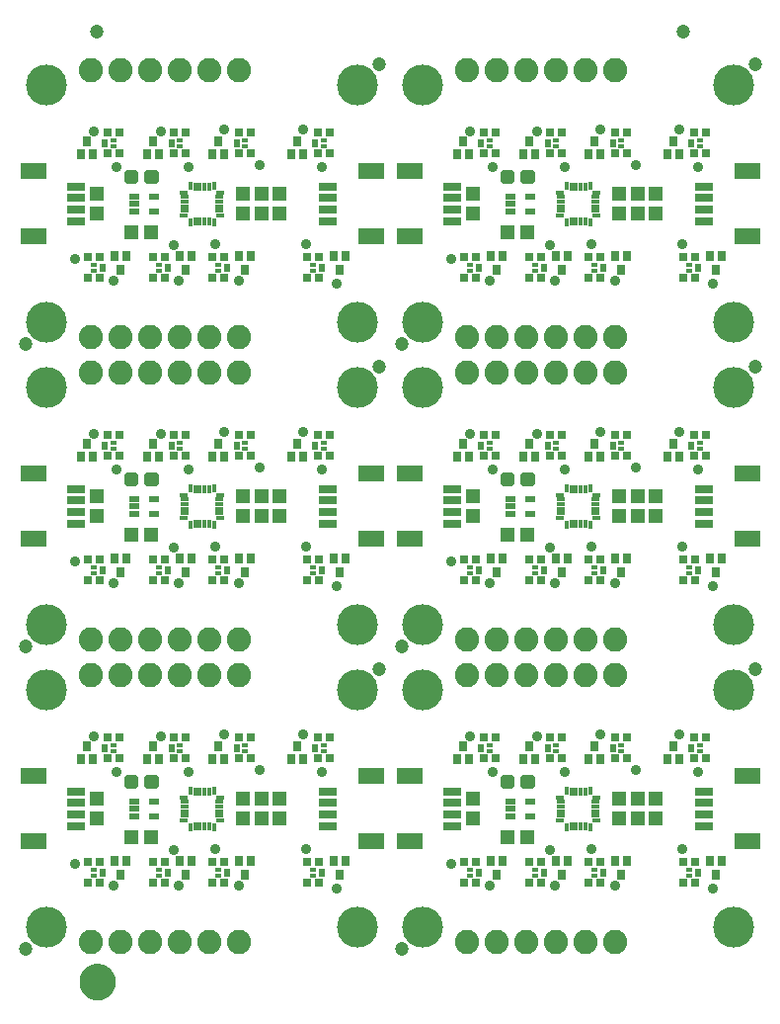
<source format=gts>
G75*
%MOIN*%
%OFA0B0*%
%FSLAX25Y25*%
%IPPOS*%
%LPD*%
%AMOC8*
5,1,8,0,0,1.08239X$1,22.5*
%
%ADD10R,0.04737X0.05131*%
%ADD11C,0.04737*%
%ADD12C,0.13800*%
%ADD13R,0.08674X0.05524*%
%ADD14R,0.06115X0.03162*%
%ADD15C,0.08200*%
%ADD16R,0.03753X0.02375*%
%ADD17R,0.02749X0.01784*%
%ADD18R,0.03162X0.01784*%
%ADD19R,0.01784X0.02749*%
%ADD20R,0.01784X0.03162*%
%ADD21R,0.00409X0.01783*%
%ADD22R,0.01783X0.00409*%
%ADD23R,0.05131X0.04737*%
%ADD24C,0.01990*%
%ADD25R,0.01969X0.01378*%
%ADD26R,0.01969X0.03150*%
%ADD27R,0.02611X0.03359*%
%ADD28R,0.03162X0.03162*%
%ADD29C,0.03575*%
%ADD30C,0.05000*%
%ADD31C,0.06706*%
D10*
X0070342Y0075404D03*
X0070342Y0082096D03*
X0119642Y0082096D03*
X0125842Y0082096D03*
X0131842Y0082096D03*
X0131842Y0075404D03*
X0125842Y0075404D03*
X0119642Y0075404D03*
X0197342Y0075404D03*
X0197342Y0082096D03*
X0246642Y0082096D03*
X0252842Y0082096D03*
X0258842Y0082096D03*
X0258842Y0075404D03*
X0252842Y0075404D03*
X0246642Y0075404D03*
X0246642Y0177404D03*
X0246642Y0184096D03*
X0252842Y0184096D03*
X0258842Y0184096D03*
X0258842Y0177404D03*
X0252842Y0177404D03*
X0197342Y0177404D03*
X0197342Y0184096D03*
X0131842Y0184096D03*
X0131842Y0177404D03*
X0125842Y0177404D03*
X0119642Y0177404D03*
X0119642Y0184096D03*
X0125842Y0184096D03*
X0070342Y0184096D03*
X0070342Y0177404D03*
X0070342Y0279404D03*
X0070342Y0286096D03*
X0119642Y0286096D03*
X0125842Y0286096D03*
X0131842Y0286096D03*
X0131842Y0279404D03*
X0125842Y0279404D03*
X0119642Y0279404D03*
X0197342Y0279404D03*
X0197342Y0286096D03*
X0246642Y0286096D03*
X0252842Y0286096D03*
X0258842Y0286096D03*
X0258842Y0279404D03*
X0252842Y0279404D03*
X0246642Y0279404D03*
D11*
X0046242Y0031650D03*
X0046242Y0133650D03*
X0046242Y0235650D03*
X0070342Y0341000D03*
X0165442Y0329850D03*
X0173242Y0235650D03*
X0165442Y0227850D03*
X0173242Y0133650D03*
X0165442Y0125850D03*
X0173242Y0031650D03*
X0292442Y0125850D03*
X0292442Y0227850D03*
X0292442Y0329850D03*
X0268342Y0341000D03*
D12*
X0285342Y0322750D03*
X0285342Y0242750D03*
X0285342Y0220750D03*
X0285342Y0140750D03*
X0285342Y0118750D03*
X0285342Y0038750D03*
X0180342Y0038750D03*
X0158342Y0038750D03*
X0158342Y0118750D03*
X0180342Y0118750D03*
X0180342Y0140750D03*
X0158342Y0140750D03*
X0158342Y0220750D03*
X0158342Y0242750D03*
X0180342Y0242750D03*
X0180342Y0220750D03*
X0180342Y0322750D03*
X0158342Y0322750D03*
X0053342Y0322750D03*
X0053342Y0242750D03*
X0053342Y0220750D03*
X0053342Y0140750D03*
X0053342Y0118750D03*
X0053342Y0038750D03*
D13*
X0048873Y0067726D03*
X0048873Y0089774D03*
X0048873Y0169726D03*
X0048873Y0191774D03*
X0048873Y0271726D03*
X0048873Y0293774D03*
X0162810Y0293774D03*
X0175873Y0293774D03*
X0175873Y0271726D03*
X0162810Y0271726D03*
X0162810Y0191774D03*
X0175873Y0191774D03*
X0175873Y0169726D03*
X0162810Y0169726D03*
X0162810Y0089774D03*
X0175873Y0089774D03*
X0175873Y0067726D03*
X0162810Y0067726D03*
X0289810Y0067726D03*
X0289810Y0089774D03*
X0289810Y0169726D03*
X0289810Y0191774D03*
X0289810Y0271726D03*
X0289810Y0293774D03*
D14*
X0275342Y0288656D03*
X0275342Y0284719D03*
X0275342Y0280781D03*
X0275342Y0276844D03*
X0190342Y0276844D03*
X0190342Y0280781D03*
X0190342Y0284719D03*
X0190342Y0288656D03*
X0148342Y0288656D03*
X0148342Y0284719D03*
X0148342Y0280781D03*
X0148342Y0276844D03*
X0063342Y0276844D03*
X0063342Y0280781D03*
X0063342Y0284719D03*
X0063342Y0288656D03*
X0063342Y0186656D03*
X0063342Y0182719D03*
X0063342Y0178781D03*
X0063342Y0174844D03*
X0148342Y0174844D03*
X0148342Y0178781D03*
X0148342Y0182719D03*
X0148342Y0186656D03*
X0190342Y0186656D03*
X0190342Y0182719D03*
X0190342Y0178781D03*
X0190342Y0174844D03*
X0275342Y0174844D03*
X0275342Y0178781D03*
X0275342Y0182719D03*
X0275342Y0186656D03*
X0275342Y0084656D03*
X0275342Y0080719D03*
X0275342Y0076781D03*
X0275342Y0072844D03*
X0190342Y0072844D03*
X0190342Y0076781D03*
X0190342Y0080719D03*
X0190342Y0084656D03*
X0148342Y0084656D03*
X0148342Y0080719D03*
X0148342Y0076781D03*
X0148342Y0072844D03*
X0063342Y0072844D03*
X0063342Y0076781D03*
X0063342Y0080719D03*
X0063342Y0084656D03*
D15*
X0068342Y0123750D03*
X0078342Y0123750D03*
X0088342Y0123750D03*
X0098342Y0123750D03*
X0108342Y0123750D03*
X0118342Y0123750D03*
X0118342Y0135750D03*
X0108342Y0135750D03*
X0098342Y0135750D03*
X0088342Y0135750D03*
X0078342Y0135750D03*
X0068342Y0135750D03*
X0068342Y0225750D03*
X0078342Y0225750D03*
X0088342Y0225750D03*
X0098342Y0225750D03*
X0108342Y0225750D03*
X0118342Y0225750D03*
X0118342Y0237750D03*
X0108342Y0237750D03*
X0098342Y0237750D03*
X0088342Y0237750D03*
X0078342Y0237750D03*
X0068342Y0237750D03*
X0068342Y0327750D03*
X0078342Y0327750D03*
X0088342Y0327750D03*
X0098342Y0327750D03*
X0108342Y0327750D03*
X0118342Y0327750D03*
X0195342Y0327750D03*
X0205342Y0327750D03*
X0215342Y0327750D03*
X0225342Y0327750D03*
X0235342Y0327750D03*
X0245342Y0327750D03*
X0245342Y0237750D03*
X0235342Y0237750D03*
X0225342Y0237750D03*
X0215342Y0237750D03*
X0205342Y0237750D03*
X0195342Y0237750D03*
X0195342Y0225750D03*
X0205342Y0225750D03*
X0215342Y0225750D03*
X0225342Y0225750D03*
X0235342Y0225750D03*
X0245342Y0225750D03*
X0245342Y0135750D03*
X0235342Y0135750D03*
X0225342Y0135750D03*
X0215342Y0135750D03*
X0205342Y0135750D03*
X0195342Y0135750D03*
X0195342Y0123750D03*
X0205342Y0123750D03*
X0215342Y0123750D03*
X0225342Y0123750D03*
X0235342Y0123750D03*
X0245342Y0123750D03*
X0245342Y0033750D03*
X0235342Y0033750D03*
X0225342Y0033750D03*
X0215342Y0033750D03*
X0205342Y0033750D03*
X0195342Y0033750D03*
X0118342Y0033750D03*
X0108342Y0033750D03*
X0098342Y0033750D03*
X0088342Y0033750D03*
X0078342Y0033750D03*
X0068342Y0033750D03*
D16*
X0083094Y0076191D03*
X0083094Y0078750D03*
X0083094Y0081309D03*
X0089590Y0081309D03*
X0089590Y0076191D03*
X0089590Y0178191D03*
X0089590Y0183309D03*
X0083094Y0183309D03*
X0083094Y0180750D03*
X0083094Y0178191D03*
X0083094Y0280191D03*
X0083094Y0282750D03*
X0083094Y0285309D03*
X0089590Y0285309D03*
X0089590Y0280191D03*
X0210094Y0280191D03*
X0210094Y0282750D03*
X0210094Y0285309D03*
X0216590Y0285309D03*
X0216590Y0280191D03*
X0216590Y0183309D03*
X0216590Y0178191D03*
X0210094Y0178191D03*
X0210094Y0180750D03*
X0210094Y0183309D03*
X0210094Y0081309D03*
X0210094Y0078750D03*
X0210094Y0076191D03*
X0216590Y0076191D03*
X0216590Y0081309D03*
D17*
X0226730Y0082687D03*
X0226730Y0074813D03*
X0238954Y0074813D03*
X0238954Y0082687D03*
X0238954Y0176813D03*
X0238954Y0184687D03*
X0226730Y0184687D03*
X0226730Y0176813D03*
X0226730Y0278813D03*
X0226730Y0286687D03*
X0238954Y0286687D03*
X0238954Y0278813D03*
X0111954Y0278813D03*
X0111954Y0286687D03*
X0099730Y0286687D03*
X0099730Y0278813D03*
X0099730Y0184687D03*
X0099730Y0176813D03*
X0111954Y0176813D03*
X0111954Y0184687D03*
X0111954Y0082687D03*
X0111954Y0074813D03*
X0099730Y0074813D03*
X0099730Y0082687D03*
D18*
X0099936Y0081112D03*
X0099936Y0079537D03*
X0099936Y0077963D03*
X0099936Y0076388D03*
X0111747Y0076388D03*
X0111747Y0077963D03*
X0111747Y0079537D03*
X0111747Y0081112D03*
X0111747Y0178388D03*
X0111747Y0179963D03*
X0111747Y0181537D03*
X0111747Y0183112D03*
X0099936Y0183112D03*
X0099936Y0181537D03*
X0099936Y0179963D03*
X0099936Y0178388D03*
X0099936Y0280388D03*
X0099936Y0281963D03*
X0099936Y0283537D03*
X0099936Y0285112D03*
X0111747Y0285112D03*
X0111747Y0283537D03*
X0111747Y0281963D03*
X0111747Y0280388D03*
X0226936Y0280388D03*
X0226936Y0281963D03*
X0226936Y0283537D03*
X0226936Y0285112D03*
X0238747Y0285112D03*
X0238747Y0283537D03*
X0238747Y0281963D03*
X0238747Y0280388D03*
X0238747Y0183112D03*
X0238747Y0181537D03*
X0238747Y0179963D03*
X0238747Y0178388D03*
X0226936Y0178388D03*
X0226936Y0179963D03*
X0226936Y0181537D03*
X0226936Y0183112D03*
X0226936Y0081112D03*
X0226936Y0079537D03*
X0226936Y0077963D03*
X0226936Y0076388D03*
X0238747Y0076388D03*
X0238747Y0077963D03*
X0238747Y0079537D03*
X0238747Y0081112D03*
D19*
X0236779Y0084862D03*
X0228905Y0084862D03*
X0228905Y0072638D03*
X0236779Y0072638D03*
X0236779Y0174638D03*
X0228905Y0174638D03*
X0228905Y0186862D03*
X0236779Y0186862D03*
X0236779Y0276638D03*
X0228905Y0276638D03*
X0228905Y0288862D03*
X0236779Y0288862D03*
X0109779Y0288862D03*
X0101905Y0288862D03*
X0101905Y0276638D03*
X0109779Y0276638D03*
X0109779Y0186862D03*
X0101905Y0186862D03*
X0101905Y0174638D03*
X0109779Y0174638D03*
X0109779Y0084862D03*
X0101905Y0084862D03*
X0101905Y0072638D03*
X0109779Y0072638D03*
D20*
X0108204Y0072844D03*
X0106629Y0072844D03*
X0105054Y0072844D03*
X0103480Y0072844D03*
X0103480Y0084656D03*
X0105054Y0084656D03*
X0106629Y0084656D03*
X0108204Y0084656D03*
X0108204Y0174844D03*
X0106629Y0174844D03*
X0105054Y0174844D03*
X0103480Y0174844D03*
X0103480Y0186656D03*
X0105054Y0186656D03*
X0106629Y0186656D03*
X0108204Y0186656D03*
X0108204Y0276844D03*
X0106629Y0276844D03*
X0105054Y0276844D03*
X0103480Y0276844D03*
X0103480Y0288656D03*
X0105054Y0288656D03*
X0106629Y0288656D03*
X0108204Y0288656D03*
X0230480Y0288656D03*
X0232054Y0288656D03*
X0233629Y0288656D03*
X0235204Y0288656D03*
X0235204Y0276844D03*
X0233629Y0276844D03*
X0232054Y0276844D03*
X0230480Y0276844D03*
X0230480Y0186656D03*
X0232054Y0186656D03*
X0233629Y0186656D03*
X0235204Y0186656D03*
X0235204Y0174844D03*
X0233629Y0174844D03*
X0232054Y0174844D03*
X0230480Y0174844D03*
X0230480Y0084656D03*
X0232054Y0084656D03*
X0233629Y0084656D03*
X0235204Y0084656D03*
X0235204Y0072844D03*
X0233629Y0072844D03*
X0232054Y0072844D03*
X0230480Y0072844D03*
D21*
X0228310Y0074815D03*
X0228310Y0082685D03*
X0237373Y0082685D03*
X0237373Y0074815D03*
X0237373Y0176815D03*
X0237373Y0184685D03*
X0228310Y0184685D03*
X0228310Y0176815D03*
X0228310Y0278815D03*
X0228310Y0286685D03*
X0237373Y0286685D03*
X0237373Y0278815D03*
X0110373Y0278815D03*
X0110373Y0286685D03*
X0101310Y0286685D03*
X0101310Y0278815D03*
X0101310Y0184685D03*
X0101310Y0176815D03*
X0110373Y0176815D03*
X0110373Y0184685D03*
X0110373Y0082685D03*
X0110373Y0074815D03*
X0101310Y0074815D03*
X0101310Y0082685D03*
D22*
X0101907Y0083281D03*
X0109777Y0083281D03*
X0109777Y0074219D03*
X0101907Y0074219D03*
X0101907Y0176219D03*
X0109777Y0176219D03*
X0109777Y0185281D03*
X0101907Y0185281D03*
X0101907Y0278219D03*
X0109777Y0278219D03*
X0109777Y0287281D03*
X0101907Y0287281D03*
X0228907Y0287281D03*
X0236777Y0287281D03*
X0236777Y0278219D03*
X0228907Y0278219D03*
X0228907Y0185281D03*
X0236777Y0185281D03*
X0236777Y0176219D03*
X0228907Y0176219D03*
X0228907Y0083281D03*
X0236777Y0083281D03*
X0236777Y0074219D03*
X0228907Y0074219D03*
D23*
X0215688Y0069250D03*
X0208995Y0069250D03*
X0208995Y0171250D03*
X0215688Y0171250D03*
X0215688Y0273250D03*
X0208995Y0273250D03*
X0088688Y0273250D03*
X0081995Y0273250D03*
X0081995Y0171250D03*
X0088688Y0171250D03*
X0088688Y0069250D03*
X0081995Y0069250D03*
D24*
X0083262Y0086377D02*
X0083262Y0089123D01*
X0083262Y0086377D02*
X0080516Y0086377D01*
X0080516Y0089123D01*
X0083262Y0089123D01*
X0083262Y0088267D02*
X0080516Y0088267D01*
X0090168Y0089123D02*
X0090168Y0086377D01*
X0087422Y0086377D01*
X0087422Y0089123D01*
X0090168Y0089123D01*
X0090168Y0088267D02*
X0087422Y0088267D01*
X0090168Y0188377D02*
X0090168Y0191123D01*
X0090168Y0188377D02*
X0087422Y0188377D01*
X0087422Y0191123D01*
X0090168Y0191123D01*
X0090168Y0190267D02*
X0087422Y0190267D01*
X0083262Y0191123D02*
X0083262Y0188377D01*
X0080516Y0188377D01*
X0080516Y0191123D01*
X0083262Y0191123D01*
X0083262Y0190267D02*
X0080516Y0190267D01*
X0083262Y0290377D02*
X0083262Y0293123D01*
X0083262Y0290377D02*
X0080516Y0290377D01*
X0080516Y0293123D01*
X0083262Y0293123D01*
X0083262Y0292267D02*
X0080516Y0292267D01*
X0090168Y0293123D02*
X0090168Y0290377D01*
X0087422Y0290377D01*
X0087422Y0293123D01*
X0090168Y0293123D01*
X0090168Y0292267D02*
X0087422Y0292267D01*
X0210262Y0293123D02*
X0210262Y0290377D01*
X0207516Y0290377D01*
X0207516Y0293123D01*
X0210262Y0293123D01*
X0210262Y0292267D02*
X0207516Y0292267D01*
X0217168Y0293123D02*
X0217168Y0290377D01*
X0214422Y0290377D01*
X0214422Y0293123D01*
X0217168Y0293123D01*
X0217168Y0292267D02*
X0214422Y0292267D01*
X0217168Y0191123D02*
X0217168Y0188377D01*
X0214422Y0188377D01*
X0214422Y0191123D01*
X0217168Y0191123D01*
X0217168Y0190267D02*
X0214422Y0190267D01*
X0210262Y0191123D02*
X0210262Y0188377D01*
X0207516Y0188377D01*
X0207516Y0191123D01*
X0210262Y0191123D01*
X0210262Y0190267D02*
X0207516Y0190267D01*
X0210262Y0089123D02*
X0210262Y0086377D01*
X0207516Y0086377D01*
X0207516Y0089123D01*
X0210262Y0089123D01*
X0210262Y0088267D02*
X0207516Y0088267D01*
X0217168Y0089123D02*
X0217168Y0086377D01*
X0214422Y0086377D01*
X0214422Y0089123D01*
X0217168Y0089123D01*
X0217168Y0088267D02*
X0214422Y0088267D01*
D25*
X0225342Y0098364D03*
X0225342Y0100136D03*
X0247342Y0100136D03*
X0247342Y0098364D03*
X0273842Y0098364D03*
X0273842Y0100136D03*
X0270342Y0058136D03*
X0270342Y0056364D03*
X0238342Y0056364D03*
X0238342Y0058136D03*
X0218342Y0058136D03*
X0218342Y0056364D03*
X0196342Y0056364D03*
X0196342Y0058136D03*
X0202842Y0098364D03*
X0202842Y0100136D03*
X0146842Y0100136D03*
X0146842Y0098364D03*
X0120342Y0098364D03*
X0120342Y0100136D03*
X0098342Y0100136D03*
X0098342Y0098364D03*
X0075842Y0098364D03*
X0075842Y0100136D03*
X0069342Y0058136D03*
X0069342Y0056364D03*
X0091342Y0056364D03*
X0091342Y0058136D03*
X0111342Y0058136D03*
X0111342Y0056364D03*
X0143342Y0056364D03*
X0143342Y0058136D03*
X0143342Y0158364D03*
X0143342Y0160136D03*
X0111342Y0160136D03*
X0111342Y0158364D03*
X0091342Y0158364D03*
X0091342Y0160136D03*
X0069342Y0160136D03*
X0069342Y0158364D03*
X0075842Y0200364D03*
X0075842Y0202136D03*
X0098342Y0202136D03*
X0098342Y0200364D03*
X0120342Y0200364D03*
X0120342Y0202136D03*
X0146842Y0202136D03*
X0146842Y0200364D03*
X0196342Y0160136D03*
X0196342Y0158364D03*
X0218342Y0158364D03*
X0218342Y0160136D03*
X0238342Y0160136D03*
X0238342Y0158364D03*
X0270342Y0158364D03*
X0270342Y0160136D03*
X0273842Y0200364D03*
X0273842Y0202136D03*
X0247342Y0202136D03*
X0247342Y0200364D03*
X0225342Y0200364D03*
X0225342Y0202136D03*
X0202842Y0202136D03*
X0202842Y0200364D03*
X0196342Y0260364D03*
X0196342Y0262136D03*
X0218342Y0262136D03*
X0218342Y0260364D03*
X0238342Y0260364D03*
X0238342Y0262136D03*
X0270342Y0262136D03*
X0270342Y0260364D03*
X0273842Y0302364D03*
X0273842Y0304136D03*
X0247342Y0304136D03*
X0247342Y0302364D03*
X0225342Y0302364D03*
X0225342Y0304136D03*
X0202842Y0304136D03*
X0202842Y0302364D03*
X0146842Y0302364D03*
X0146842Y0304136D03*
X0120342Y0304136D03*
X0120342Y0302364D03*
X0098342Y0302364D03*
X0098342Y0304136D03*
X0075842Y0304136D03*
X0075842Y0302364D03*
X0069342Y0262136D03*
X0069342Y0260364D03*
X0091342Y0260364D03*
X0091342Y0262136D03*
X0111342Y0262136D03*
X0111342Y0260364D03*
X0143342Y0260364D03*
X0143342Y0262136D03*
D26*
X0146098Y0261250D03*
X0114098Y0261250D03*
X0094098Y0261250D03*
X0072098Y0261250D03*
X0073086Y0303250D03*
X0095586Y0303250D03*
X0117586Y0303250D03*
X0144086Y0303250D03*
X0199098Y0261250D03*
X0221098Y0261250D03*
X0241098Y0261250D03*
X0273098Y0261250D03*
X0271086Y0303250D03*
X0244586Y0303250D03*
X0222586Y0303250D03*
X0200086Y0303250D03*
X0200086Y0201250D03*
X0222586Y0201250D03*
X0244586Y0201250D03*
X0271086Y0201250D03*
X0273098Y0159250D03*
X0241098Y0159250D03*
X0221098Y0159250D03*
X0199098Y0159250D03*
X0146098Y0159250D03*
X0114098Y0159250D03*
X0094098Y0159250D03*
X0072098Y0159250D03*
X0073086Y0201250D03*
X0095586Y0201250D03*
X0117586Y0201250D03*
X0144086Y0201250D03*
X0144086Y0099250D03*
X0117586Y0099250D03*
X0095586Y0099250D03*
X0073086Y0099250D03*
X0072098Y0057250D03*
X0094098Y0057250D03*
X0114098Y0057250D03*
X0146098Y0057250D03*
X0199098Y0057250D03*
X0221098Y0057250D03*
X0241098Y0057250D03*
X0273098Y0057250D03*
X0271086Y0099250D03*
X0244586Y0099250D03*
X0222586Y0099250D03*
X0200086Y0099250D03*
D27*
X0195810Y0095419D03*
X0191873Y0095419D03*
X0193842Y0099947D03*
X0214373Y0095419D03*
X0218310Y0095419D03*
X0216342Y0099947D03*
X0236373Y0095419D03*
X0240310Y0095419D03*
X0238342Y0099947D03*
X0262873Y0095419D03*
X0266810Y0095419D03*
X0264842Y0099947D03*
X0277373Y0061081D03*
X0281310Y0061081D03*
X0279342Y0056553D03*
X0249310Y0061081D03*
X0245373Y0061081D03*
X0247342Y0056553D03*
X0229310Y0061081D03*
X0225373Y0061081D03*
X0227342Y0056553D03*
X0207310Y0061081D03*
X0203373Y0061081D03*
X0205342Y0056553D03*
X0154310Y0061081D03*
X0150373Y0061081D03*
X0152342Y0056553D03*
X0122310Y0061081D03*
X0118373Y0061081D03*
X0120342Y0056553D03*
X0102310Y0061081D03*
X0098373Y0061081D03*
X0100342Y0056553D03*
X0080310Y0061081D03*
X0076373Y0061081D03*
X0078342Y0056553D03*
X0087373Y0095419D03*
X0091310Y0095419D03*
X0089342Y0099947D03*
X0109373Y0095419D03*
X0113310Y0095419D03*
X0111342Y0099947D03*
X0135873Y0095419D03*
X0139810Y0095419D03*
X0137842Y0099947D03*
X0152342Y0158553D03*
X0154310Y0163081D03*
X0150373Y0163081D03*
X0122310Y0163081D03*
X0118373Y0163081D03*
X0120342Y0158553D03*
X0102310Y0163081D03*
X0098373Y0163081D03*
X0100342Y0158553D03*
X0080310Y0163081D03*
X0076373Y0163081D03*
X0078342Y0158553D03*
X0087373Y0197419D03*
X0091310Y0197419D03*
X0089342Y0201947D03*
X0109373Y0197419D03*
X0113310Y0197419D03*
X0111342Y0201947D03*
X0135873Y0197419D03*
X0139810Y0197419D03*
X0137842Y0201947D03*
X0191873Y0197419D03*
X0195810Y0197419D03*
X0193842Y0201947D03*
X0214373Y0197419D03*
X0218310Y0197419D03*
X0216342Y0201947D03*
X0236373Y0197419D03*
X0240310Y0197419D03*
X0238342Y0201947D03*
X0262873Y0197419D03*
X0266810Y0197419D03*
X0264842Y0201947D03*
X0277373Y0163081D03*
X0281310Y0163081D03*
X0279342Y0158553D03*
X0249310Y0163081D03*
X0245373Y0163081D03*
X0247342Y0158553D03*
X0229310Y0163081D03*
X0225373Y0163081D03*
X0227342Y0158553D03*
X0207310Y0163081D03*
X0203373Y0163081D03*
X0205342Y0158553D03*
X0205342Y0260553D03*
X0207310Y0265081D03*
X0203373Y0265081D03*
X0225373Y0265081D03*
X0229310Y0265081D03*
X0227342Y0260553D03*
X0245373Y0265081D03*
X0249310Y0265081D03*
X0247342Y0260553D03*
X0277373Y0265081D03*
X0281310Y0265081D03*
X0279342Y0260553D03*
X0266810Y0299419D03*
X0262873Y0299419D03*
X0264842Y0303947D03*
X0240310Y0299419D03*
X0236373Y0299419D03*
X0238342Y0303947D03*
X0218310Y0299419D03*
X0214373Y0299419D03*
X0216342Y0303947D03*
X0195810Y0299419D03*
X0191873Y0299419D03*
X0193842Y0303947D03*
X0154310Y0265081D03*
X0150373Y0265081D03*
X0152342Y0260553D03*
X0122310Y0265081D03*
X0118373Y0265081D03*
X0120342Y0260553D03*
X0102310Y0265081D03*
X0098373Y0265081D03*
X0100342Y0260553D03*
X0080310Y0265081D03*
X0076373Y0265081D03*
X0078342Y0260553D03*
X0087373Y0299419D03*
X0091310Y0299419D03*
X0089342Y0303947D03*
X0109373Y0299419D03*
X0113310Y0299419D03*
X0111342Y0303947D03*
X0135873Y0299419D03*
X0139810Y0299419D03*
X0137842Y0303947D03*
X0068810Y0299419D03*
X0064873Y0299419D03*
X0066842Y0303947D03*
X0066842Y0201947D03*
X0068810Y0197419D03*
X0064873Y0197419D03*
X0066842Y0099947D03*
X0068810Y0095419D03*
X0064873Y0095419D03*
D28*
X0073873Y0095750D03*
X0077810Y0095750D03*
X0077810Y0102750D03*
X0073873Y0102750D03*
X0096373Y0102750D03*
X0100310Y0102750D03*
X0100310Y0095750D03*
X0096373Y0095750D03*
X0118373Y0095750D03*
X0122310Y0095750D03*
X0122310Y0102750D03*
X0118373Y0102750D03*
X0144873Y0102750D03*
X0148810Y0102750D03*
X0148810Y0095750D03*
X0144873Y0095750D03*
X0145310Y0060750D03*
X0141373Y0060750D03*
X0141373Y0053750D03*
X0145310Y0053750D03*
X0113310Y0053750D03*
X0109373Y0053750D03*
X0109373Y0060750D03*
X0113310Y0060750D03*
X0093310Y0060750D03*
X0089373Y0060750D03*
X0089373Y0053750D03*
X0093310Y0053750D03*
X0071310Y0053750D03*
X0067373Y0053750D03*
X0067373Y0060750D03*
X0071310Y0060750D03*
X0071310Y0155750D03*
X0067373Y0155750D03*
X0067373Y0162750D03*
X0071310Y0162750D03*
X0089373Y0162750D03*
X0093310Y0162750D03*
X0093310Y0155750D03*
X0089373Y0155750D03*
X0109373Y0155750D03*
X0113310Y0155750D03*
X0113310Y0162750D03*
X0109373Y0162750D03*
X0141373Y0162750D03*
X0145310Y0162750D03*
X0145310Y0155750D03*
X0141373Y0155750D03*
X0144873Y0197750D03*
X0148810Y0197750D03*
X0148810Y0204750D03*
X0144873Y0204750D03*
X0122310Y0204750D03*
X0118373Y0204750D03*
X0118373Y0197750D03*
X0122310Y0197750D03*
X0100310Y0197750D03*
X0096373Y0197750D03*
X0096373Y0204750D03*
X0100310Y0204750D03*
X0077810Y0204750D03*
X0073873Y0204750D03*
X0073873Y0197750D03*
X0077810Y0197750D03*
X0071310Y0257750D03*
X0067373Y0257750D03*
X0067373Y0264750D03*
X0071310Y0264750D03*
X0089373Y0264750D03*
X0093310Y0264750D03*
X0093310Y0257750D03*
X0089373Y0257750D03*
X0109373Y0257750D03*
X0113310Y0257750D03*
X0113310Y0264750D03*
X0109373Y0264750D03*
X0141373Y0264750D03*
X0145310Y0264750D03*
X0145310Y0257750D03*
X0141373Y0257750D03*
X0144873Y0299750D03*
X0148810Y0299750D03*
X0148810Y0306750D03*
X0144873Y0306750D03*
X0122310Y0306750D03*
X0118373Y0306750D03*
X0118373Y0299750D03*
X0122310Y0299750D03*
X0100310Y0299750D03*
X0096373Y0299750D03*
X0096373Y0306750D03*
X0100310Y0306750D03*
X0077810Y0306750D03*
X0073873Y0306750D03*
X0073873Y0299750D03*
X0077810Y0299750D03*
X0194373Y0264750D03*
X0198310Y0264750D03*
X0198310Y0257750D03*
X0194373Y0257750D03*
X0216373Y0257750D03*
X0220310Y0257750D03*
X0220310Y0264750D03*
X0216373Y0264750D03*
X0236373Y0264750D03*
X0240310Y0264750D03*
X0240310Y0257750D03*
X0236373Y0257750D03*
X0268373Y0257750D03*
X0272310Y0257750D03*
X0272310Y0264750D03*
X0268373Y0264750D03*
X0271873Y0299750D03*
X0275810Y0299750D03*
X0275810Y0306750D03*
X0271873Y0306750D03*
X0249310Y0306750D03*
X0245373Y0306750D03*
X0245373Y0299750D03*
X0249310Y0299750D03*
X0227310Y0299750D03*
X0223373Y0299750D03*
X0223373Y0306750D03*
X0227310Y0306750D03*
X0204810Y0306750D03*
X0200873Y0306750D03*
X0200873Y0299750D03*
X0204810Y0299750D03*
X0204810Y0204750D03*
X0200873Y0204750D03*
X0200873Y0197750D03*
X0204810Y0197750D03*
X0223373Y0197750D03*
X0227310Y0197750D03*
X0227310Y0204750D03*
X0223373Y0204750D03*
X0245373Y0204750D03*
X0249310Y0204750D03*
X0249310Y0197750D03*
X0245373Y0197750D03*
X0271873Y0197750D03*
X0275810Y0197750D03*
X0275810Y0204750D03*
X0271873Y0204750D03*
X0272310Y0162750D03*
X0268373Y0162750D03*
X0268373Y0155750D03*
X0272310Y0155750D03*
X0240310Y0155750D03*
X0236373Y0155750D03*
X0236373Y0162750D03*
X0240310Y0162750D03*
X0220310Y0162750D03*
X0216373Y0162750D03*
X0216373Y0155750D03*
X0220310Y0155750D03*
X0198310Y0155750D03*
X0194373Y0155750D03*
X0194373Y0162750D03*
X0198310Y0162750D03*
X0200873Y0102750D03*
X0204810Y0102750D03*
X0204810Y0095750D03*
X0200873Y0095750D03*
X0223373Y0095750D03*
X0227310Y0095750D03*
X0227310Y0102750D03*
X0223373Y0102750D03*
X0245373Y0102750D03*
X0249310Y0102750D03*
X0249310Y0095750D03*
X0245373Y0095750D03*
X0271873Y0095750D03*
X0275810Y0095750D03*
X0275810Y0102750D03*
X0271873Y0102750D03*
X0272310Y0060750D03*
X0268373Y0060750D03*
X0268373Y0053750D03*
X0272310Y0053750D03*
X0240310Y0053750D03*
X0236373Y0053750D03*
X0236373Y0060750D03*
X0240310Y0060750D03*
X0220310Y0060750D03*
X0216373Y0060750D03*
X0216373Y0053750D03*
X0220310Y0053750D03*
X0198310Y0053750D03*
X0194373Y0053750D03*
X0194373Y0060750D03*
X0198310Y0060750D03*
D29*
X0189842Y0060250D03*
X0202842Y0052750D03*
X0224842Y0052750D03*
X0223342Y0064750D03*
X0237342Y0065250D03*
X0245342Y0052750D03*
X0267842Y0065250D03*
X0278342Y0051750D03*
X0273342Y0091250D03*
X0266842Y0103750D03*
X0252342Y0091750D03*
X0240342Y0103750D03*
X0228342Y0091250D03*
X0218842Y0103250D03*
X0203842Y0091250D03*
X0196342Y0103250D03*
X0146342Y0091250D03*
X0139842Y0103750D03*
X0125342Y0091750D03*
X0113342Y0103750D03*
X0101342Y0091250D03*
X0091842Y0103250D03*
X0076842Y0091250D03*
X0069342Y0103250D03*
X0096342Y0064750D03*
X0097842Y0052750D03*
X0110342Y0065250D03*
X0118342Y0052750D03*
X0140842Y0065250D03*
X0151342Y0051750D03*
X0075842Y0052750D03*
X0062842Y0060250D03*
X0075842Y0154750D03*
X0062842Y0162250D03*
X0076842Y0193250D03*
X0069342Y0205250D03*
X0091842Y0205250D03*
X0101342Y0193250D03*
X0113342Y0205750D03*
X0125342Y0193750D03*
X0139842Y0205750D03*
X0146342Y0193250D03*
X0140842Y0167250D03*
X0151342Y0153750D03*
X0118342Y0154750D03*
X0110342Y0167250D03*
X0096342Y0166750D03*
X0097842Y0154750D03*
X0189842Y0162250D03*
X0202842Y0154750D03*
X0224842Y0154750D03*
X0223342Y0166750D03*
X0237342Y0167250D03*
X0245342Y0154750D03*
X0267842Y0167250D03*
X0278342Y0153750D03*
X0273342Y0193250D03*
X0266842Y0205750D03*
X0252342Y0193750D03*
X0240342Y0205750D03*
X0228342Y0193250D03*
X0218842Y0205250D03*
X0203842Y0193250D03*
X0196342Y0205250D03*
X0202842Y0256750D03*
X0189842Y0264250D03*
X0203842Y0295250D03*
X0196342Y0307250D03*
X0218842Y0307250D03*
X0228342Y0295250D03*
X0240342Y0307750D03*
X0252342Y0295750D03*
X0266842Y0307750D03*
X0273342Y0295250D03*
X0267842Y0269250D03*
X0278342Y0255750D03*
X0245342Y0256750D03*
X0237342Y0269250D03*
X0223342Y0268750D03*
X0224842Y0256750D03*
X0151342Y0255750D03*
X0140842Y0269250D03*
X0118342Y0256750D03*
X0110342Y0269250D03*
X0096342Y0268750D03*
X0097842Y0256750D03*
X0075842Y0256750D03*
X0062842Y0264250D03*
X0076842Y0295250D03*
X0069342Y0307250D03*
X0091842Y0307250D03*
X0101342Y0295250D03*
X0113342Y0307750D03*
X0125342Y0295750D03*
X0139842Y0307750D03*
X0146342Y0295250D03*
D30*
X0066777Y0020500D02*
X0066779Y0020619D01*
X0066785Y0020738D01*
X0066795Y0020857D01*
X0066809Y0020975D01*
X0066827Y0021093D01*
X0066848Y0021210D01*
X0066874Y0021326D01*
X0066904Y0021442D01*
X0066937Y0021556D01*
X0066974Y0021669D01*
X0067015Y0021781D01*
X0067060Y0021892D01*
X0067108Y0022001D01*
X0067160Y0022108D01*
X0067216Y0022213D01*
X0067275Y0022317D01*
X0067337Y0022418D01*
X0067403Y0022518D01*
X0067472Y0022615D01*
X0067544Y0022709D01*
X0067620Y0022802D01*
X0067698Y0022891D01*
X0067779Y0022978D01*
X0067864Y0023063D01*
X0067951Y0023144D01*
X0068040Y0023222D01*
X0068133Y0023298D01*
X0068227Y0023370D01*
X0068324Y0023439D01*
X0068424Y0023505D01*
X0068525Y0023567D01*
X0068629Y0023626D01*
X0068734Y0023682D01*
X0068841Y0023734D01*
X0068950Y0023782D01*
X0069061Y0023827D01*
X0069173Y0023868D01*
X0069286Y0023905D01*
X0069400Y0023938D01*
X0069516Y0023968D01*
X0069632Y0023994D01*
X0069749Y0024015D01*
X0069867Y0024033D01*
X0069985Y0024047D01*
X0070104Y0024057D01*
X0070223Y0024063D01*
X0070342Y0024065D01*
X0070461Y0024063D01*
X0070580Y0024057D01*
X0070699Y0024047D01*
X0070817Y0024033D01*
X0070935Y0024015D01*
X0071052Y0023994D01*
X0071168Y0023968D01*
X0071284Y0023938D01*
X0071398Y0023905D01*
X0071511Y0023868D01*
X0071623Y0023827D01*
X0071734Y0023782D01*
X0071843Y0023734D01*
X0071950Y0023682D01*
X0072055Y0023626D01*
X0072159Y0023567D01*
X0072260Y0023505D01*
X0072360Y0023439D01*
X0072457Y0023370D01*
X0072551Y0023298D01*
X0072644Y0023222D01*
X0072733Y0023144D01*
X0072820Y0023063D01*
X0072905Y0022978D01*
X0072986Y0022891D01*
X0073064Y0022802D01*
X0073140Y0022709D01*
X0073212Y0022615D01*
X0073281Y0022518D01*
X0073347Y0022418D01*
X0073409Y0022317D01*
X0073468Y0022213D01*
X0073524Y0022108D01*
X0073576Y0022001D01*
X0073624Y0021892D01*
X0073669Y0021781D01*
X0073710Y0021669D01*
X0073747Y0021556D01*
X0073780Y0021442D01*
X0073810Y0021326D01*
X0073836Y0021210D01*
X0073857Y0021093D01*
X0073875Y0020975D01*
X0073889Y0020857D01*
X0073899Y0020738D01*
X0073905Y0020619D01*
X0073907Y0020500D01*
X0073905Y0020381D01*
X0073899Y0020262D01*
X0073889Y0020143D01*
X0073875Y0020025D01*
X0073857Y0019907D01*
X0073836Y0019790D01*
X0073810Y0019674D01*
X0073780Y0019558D01*
X0073747Y0019444D01*
X0073710Y0019331D01*
X0073669Y0019219D01*
X0073624Y0019108D01*
X0073576Y0018999D01*
X0073524Y0018892D01*
X0073468Y0018787D01*
X0073409Y0018683D01*
X0073347Y0018582D01*
X0073281Y0018482D01*
X0073212Y0018385D01*
X0073140Y0018291D01*
X0073064Y0018198D01*
X0072986Y0018109D01*
X0072905Y0018022D01*
X0072820Y0017937D01*
X0072733Y0017856D01*
X0072644Y0017778D01*
X0072551Y0017702D01*
X0072457Y0017630D01*
X0072360Y0017561D01*
X0072260Y0017495D01*
X0072159Y0017433D01*
X0072055Y0017374D01*
X0071950Y0017318D01*
X0071843Y0017266D01*
X0071734Y0017218D01*
X0071623Y0017173D01*
X0071511Y0017132D01*
X0071398Y0017095D01*
X0071284Y0017062D01*
X0071168Y0017032D01*
X0071052Y0017006D01*
X0070935Y0016985D01*
X0070817Y0016967D01*
X0070699Y0016953D01*
X0070580Y0016943D01*
X0070461Y0016937D01*
X0070342Y0016935D01*
X0070223Y0016937D01*
X0070104Y0016943D01*
X0069985Y0016953D01*
X0069867Y0016967D01*
X0069749Y0016985D01*
X0069632Y0017006D01*
X0069516Y0017032D01*
X0069400Y0017062D01*
X0069286Y0017095D01*
X0069173Y0017132D01*
X0069061Y0017173D01*
X0068950Y0017218D01*
X0068841Y0017266D01*
X0068734Y0017318D01*
X0068629Y0017374D01*
X0068525Y0017433D01*
X0068424Y0017495D01*
X0068324Y0017561D01*
X0068227Y0017630D01*
X0068133Y0017702D01*
X0068040Y0017778D01*
X0067951Y0017856D01*
X0067864Y0017937D01*
X0067779Y0018022D01*
X0067698Y0018109D01*
X0067620Y0018198D01*
X0067544Y0018291D01*
X0067472Y0018385D01*
X0067403Y0018482D01*
X0067337Y0018582D01*
X0067275Y0018683D01*
X0067216Y0018787D01*
X0067160Y0018892D01*
X0067108Y0018999D01*
X0067060Y0019108D01*
X0067015Y0019219D01*
X0066974Y0019331D01*
X0066937Y0019444D01*
X0066904Y0019558D01*
X0066874Y0019674D01*
X0066848Y0019790D01*
X0066827Y0019907D01*
X0066809Y0020025D01*
X0066795Y0020143D01*
X0066785Y0020262D01*
X0066779Y0020381D01*
X0066777Y0020500D01*
D31*
X0070342Y0020500D03*
M02*

</source>
